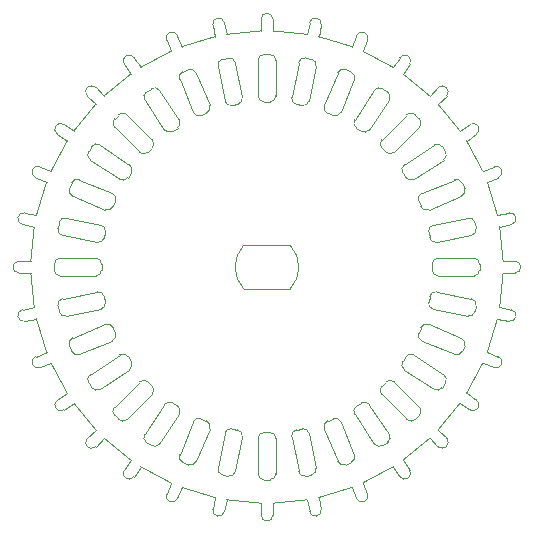
<source format=gm1>
G04 #@! TF.GenerationSoftware,KiCad,Pcbnew,(6.0.5)*
G04 #@! TF.CreationDate,2022-06-02T14:19:20-07:00*
G04 #@! TF.ProjectId,indexingWheel,696e6465-7869-46e6-9757-6865656c2e6b,rev?*
G04 #@! TF.SameCoordinates,Original*
G04 #@! TF.FileFunction,Profile,NP*
%FSLAX46Y46*%
G04 Gerber Fmt 4.6, Leading zero omitted, Abs format (unit mm)*
G04 Created by KiCad (PCBNEW (6.0.5)) date 2022-06-02 14:19:20*
%MOMM*%
%LPD*%
G01*
G04 APERTURE LIST*
G04 #@! TA.AperFunction,Profile*
%ADD10C,0.050000*%
G04 #@! TD*
G04 APERTURE END LIST*
D10*
X149826865Y-116405047D02*
G75*
G03*
X150413858Y-116012081I97035J489947D01*
G01*
X171092919Y-98452081D02*
G75*
G03*
X170592858Y-97952081I-500019J-19D01*
G01*
X159749858Y-81976081D02*
X160211858Y-82168081D01*
X143369858Y-109485081D02*
X141248858Y-111607081D01*
X147503875Y-111541040D02*
G75*
G03*
X146850855Y-111812089I-190975J-462060D01*
G01*
X145903858Y-80039081D02*
X145518858Y-79109081D01*
X160211859Y-115236082D02*
G75*
G03*
X160482858Y-114583081I-190959J461982D01*
G01*
X139312858Y-101188081D02*
X139410858Y-101678081D01*
X170402856Y-96024070D02*
G75*
G03*
X170796858Y-95436081I-96956J490970D01*
G01*
X138125858Y-107801081D02*
X140619858Y-106134081D01*
X142400859Y-115604080D02*
G75*
G03*
X144979867Y-116982558I10691941J16901880D01*
G01*
X162815877Y-108778100D02*
G75*
G03*
X162814864Y-109485087I353023J-354000D01*
G01*
X136746858Y-87178081D02*
X135909858Y-86619081D01*
X133580858Y-94311081D02*
X132593858Y-94115081D01*
X162884858Y-83597081D02*
X163300858Y-83874081D01*
X155770858Y-116012081D02*
X155185858Y-113070081D01*
X140187877Y-110546100D02*
G75*
G03*
X140187858Y-111254081I354023J-354000D01*
G01*
X172604858Y-103093081D02*
X173591858Y-103289081D01*
X160482858Y-82821081D02*
X159334858Y-85593081D01*
X169438855Y-87178083D02*
G75*
G03*
X167583652Y-84917627I-16346055J-11524017D01*
G01*
X166201858Y-92460081D02*
X168973858Y-91312081D01*
X138601858Y-84918081D02*
X137889858Y-84206081D01*
X172799858Y-102112081D02*
X173786858Y-102309081D01*
X152342858Y-116202081D02*
X152342858Y-113202081D01*
X155578856Y-112482071D02*
G75*
G03*
X155186860Y-113070090I98044J-490029D01*
G01*
X153592858Y-118696087D02*
G75*
G03*
X156503119Y-118409444I-500058J19994187D01*
G01*
X165565858Y-106134081D02*
X168059858Y-107801081D01*
X139312921Y-101188068D02*
G75*
G03*
X138724849Y-100796083I-490021J-98032D01*
G01*
X143369877Y-88626100D02*
G75*
G03*
X143370852Y-87919075I-352977J354000D01*
G01*
X142400858Y-115604081D02*
X141841858Y-116441081D01*
X164732858Y-90023081D02*
X167226858Y-88356081D01*
X140253858Y-93113081D02*
X140062858Y-93575081D01*
X153842919Y-113202081D02*
G75*
G03*
X153342858Y-112702081I-500019J-19D01*
G01*
X170592858Y-99452058D02*
G75*
G03*
X171092858Y-98952081I42J499958D01*
G01*
X166122918Y-93575056D02*
G75*
G03*
X166775866Y-93846078I461982J190956D01*
G01*
X163168900Y-88979039D02*
G75*
G03*
X163875864Y-88980075I354000J352939D01*
G01*
X138592858Y-99452081D02*
X135592858Y-99452081D01*
X163784858Y-81800081D02*
X164343858Y-80963081D01*
X138596881Y-83499058D02*
G75*
G03*
X137890858Y-84207081I-352981J-354042D01*
G01*
X162884887Y-83597037D02*
G75*
G03*
X162192858Y-83735081I-276987J-415063D01*
G01*
X153592858Y-118696081D02*
X153592858Y-119702081D01*
X145106887Y-110204037D02*
G75*
G03*
X144413853Y-110341088I-277987J-415063D01*
G01*
X140062919Y-103829056D02*
G75*
G03*
X139409850Y-103558084I-462019J-191044D01*
G01*
X156656858Y-112777081D02*
X157242858Y-115719081D01*
X171372858Y-90589081D02*
X172302858Y-90204081D01*
X156849858Y-116307081D02*
X156358858Y-116405081D01*
X162815858Y-87919081D02*
X164936858Y-85797081D01*
X165175933Y-81519131D02*
G75*
G03*
X164343858Y-80963081I-416033J278031D01*
G01*
X166775858Y-103558081D02*
X169547858Y-104706081D01*
X170402858Y-96024081D02*
X167460858Y-96609081D01*
X139409875Y-93846040D02*
G75*
G03*
X140062858Y-93575081I191025J461940D01*
G01*
X149682859Y-118409076D02*
G75*
G03*
X152593063Y-118695684I3410041J19707076D01*
G01*
X165931858Y-104291081D02*
X166122858Y-103829081D01*
X167460858Y-100795081D02*
X170402858Y-101380081D01*
X149335858Y-81097081D02*
X149826858Y-80999081D01*
X132398869Y-102309134D02*
G75*
G03*
X132594858Y-103289081I98031J-489966D01*
G01*
X138724858Y-96609081D02*
X135782858Y-96024081D01*
X135487858Y-102459081D02*
X135389858Y-101968081D01*
X164616858Y-115048081D02*
X165175858Y-115885081D01*
X164616858Y-82356081D02*
X165175858Y-81519081D01*
X147965858Y-85672081D02*
X147503858Y-85863081D01*
X150999912Y-113070092D02*
G75*
G03*
X150606858Y-112481081I-491012J97992D01*
G01*
X141568858Y-82356081D02*
X141009858Y-81519081D01*
X170795912Y-101968092D02*
G75*
G03*
X170402858Y-101381081I-490012J96992D01*
G01*
X138958858Y-88356081D02*
X141452858Y-90023081D01*
X169547859Y-92698082D02*
G75*
G03*
X169818858Y-92045081I-190959J461982D01*
G01*
X152592858Y-78708081D02*
X152592858Y-77702081D01*
X167588881Y-113905058D02*
G75*
G03*
X168294858Y-113197081I353019J353958D01*
G01*
X169438858Y-110226081D02*
X170275858Y-110785081D01*
X160211858Y-115236081D02*
X159749858Y-115428081D01*
X138601856Y-84918079D02*
G75*
G03*
X136746720Y-87178561I14490944J-13783921D01*
G01*
X161771911Y-110342046D02*
G75*
G03*
X161079858Y-110204081I-415011J-277054D01*
G01*
X139308858Y-84211081D02*
X138596858Y-83499081D01*
X163875858Y-108425081D02*
G75*
G03*
X163169858Y-108425081I-353000J-353001D01*
G01*
X171755858Y-91513081D02*
X172685858Y-91128081D01*
X155185858Y-84334081D02*
X155770858Y-81392081D01*
X146435875Y-115428040D02*
G75*
G03*
X147088858Y-115157081I191025J461940D01*
G01*
X150414922Y-81392068D02*
G75*
G03*
X149826858Y-80998081I-491022J-97032D01*
G01*
X167167858Y-95138081D02*
X170109858Y-94552081D01*
X164594889Y-106688102D02*
G75*
G03*
X164731865Y-107381086I415011J-277998D01*
G01*
X163168858Y-88979081D02*
X162815858Y-88626081D01*
X152592858Y-78708077D02*
G75*
G03*
X149682597Y-78994718I500042J-19994123D01*
G01*
X132092858Y-98202119D02*
G75*
G03*
X132092858Y-99202081I42J-499981D01*
G01*
X161205859Y-116982083D02*
G75*
G03*
X163784798Y-115603607I-8113059J18280083D01*
G01*
X144979858Y-116982081D02*
X144594858Y-117912081D01*
X135782856Y-101380071D02*
G75*
G03*
X135388858Y-101968081I97044J-491029D01*
G01*
X149485931Y-78008066D02*
G75*
G03*
X148505858Y-78204081I-490031J-98034D01*
G01*
X171372858Y-106815081D02*
X172302858Y-107200081D01*
X164616857Y-115048080D02*
G75*
G03*
X166877312Y-113192875I-11524057J16346080D01*
G01*
X133499884Y-106276143D02*
G75*
G03*
X133883858Y-107200081I192016J-461957D01*
G01*
X167460865Y-100795048D02*
G75*
G03*
X166871858Y-101188081I-97965J-491052D01*
G01*
X169818858Y-105359081D02*
X169626858Y-105821081D01*
X149335856Y-81097071D02*
G75*
G03*
X148943858Y-81685081I98044J-490029D01*
G01*
X159334858Y-111811081D02*
X160482858Y-114583081D01*
X162815877Y-87919100D02*
G75*
G03*
X162815858Y-88625081I353023J-353000D01*
G01*
X166774858Y-101678081D02*
X166872858Y-101188081D01*
X145522866Y-86923093D02*
G75*
G03*
X145660853Y-86229074I-277966J415993D01*
G01*
X170275867Y-110785068D02*
G75*
G03*
X170831858Y-109953081I278033J415968D01*
G01*
X140253902Y-93113099D02*
G75*
G03*
X139982850Y-92460078I-462002J190999D01*
G01*
X135389858Y-95436081D02*
X135487858Y-94945081D01*
X167592858Y-97952081D02*
X170592858Y-97952081D01*
X134812858Y-106815081D02*
X133882858Y-107200081D01*
X166775875Y-103558040D02*
G75*
G03*
X166122858Y-103829081I-190975J-462060D01*
G01*
X163784858Y-81800082D02*
G75*
G03*
X161205849Y-80421604I-10691958J-16901918D01*
G01*
X153842919Y-81202081D02*
G75*
G03*
X153342858Y-80702081I-500019J-19D01*
G01*
X170109858Y-102852081D02*
X167167858Y-102266081D01*
X146850858Y-85593081D02*
X145702858Y-82821081D01*
X135909866Y-86619069D02*
G75*
G03*
X135353858Y-87451081I-277966J-416031D01*
G01*
X137211858Y-91312081D02*
X139983858Y-92460081D01*
X152342919Y-84202081D02*
G75*
G03*
X152842858Y-84702081I499981J-19D01*
G01*
X136190852Y-88010077D02*
G75*
G03*
X134812381Y-90589090I16901948J-10691923D01*
G01*
X153342858Y-116702058D02*
G75*
G03*
X153842858Y-116202081I42J499958D01*
G01*
X167920911Y-88494046D02*
G75*
G03*
X167226858Y-88356081I-416011J-278054D01*
G01*
X139983858Y-104944081D02*
X137211858Y-106092081D01*
X164936858Y-111607081D02*
G75*
G03*
X165644858Y-111607081I354000J353999D01*
G01*
X159096919Y-115157056D02*
G75*
G03*
X159749858Y-115428081I461981J190956D01*
G01*
X133385859Y-95292081D02*
G75*
G03*
X133099255Y-98202286I19707141J-3410019D01*
G01*
X157948902Y-85019099D02*
G75*
G03*
X158219858Y-85672081I461998J-191001D01*
G01*
X166876856Y-84211083D02*
G75*
G03*
X164616378Y-82355943I-13783956J-14490917D01*
G01*
X136637858Y-104706081D02*
X139409858Y-103558081D01*
X152842858Y-80702081D02*
X153342858Y-80702081D01*
X138125866Y-107801094D02*
G75*
G03*
X137986858Y-108494081I277034J-416006D01*
G01*
X155185912Y-84334092D02*
G75*
G03*
X155578858Y-84923081I490988J-98008D01*
G01*
X172685884Y-91128144D02*
G75*
G03*
X172301858Y-90204081I-191984J462044D01*
G01*
X166872921Y-96216068D02*
G75*
G03*
X167460867Y-96608079I489979J97968D01*
G01*
X156502857Y-78995088D02*
G75*
G03*
X153592653Y-78708478I-3410057J-19707112D01*
G01*
X156068865Y-85020048D02*
G75*
G03*
X156657860Y-84627072I98035J490948D01*
G01*
X162815858Y-108778081D02*
X163168858Y-108425081D01*
X173086859Y-98202081D02*
G75*
G03*
X172800221Y-95291820I-19994159J-500019D01*
G01*
X141248858Y-85797081D02*
G75*
G03*
X140540858Y-85797081I-354000J-353999D01*
G01*
X157679946Y-78203099D02*
G75*
G03*
X156699858Y-78009081I-490046J96999D01*
G01*
X133580853Y-103093082D02*
G75*
G03*
X134429744Y-105891462I19512147J4391082D01*
G01*
X169626919Y-91583056D02*
G75*
G03*
X168973858Y-91312081I-462019J-191044D01*
G01*
X168059858Y-89603081D02*
X165565858Y-91270081D01*
X144594943Y-117912116D02*
G75*
G03*
X145518858Y-118294081I461957J-190984D01*
G01*
X169994858Y-88010081D02*
X170831858Y-87451081D01*
X157483858Y-79190081D02*
X157679858Y-78203081D01*
X142884858Y-83874081D02*
X143300858Y-83597081D01*
X171755858Y-105891081D02*
X172685858Y-106276081D01*
X151125877Y-96852099D02*
G75*
G03*
X151126226Y-100552472I1967023J-1850001D01*
G01*
X136558919Y-105821056D02*
G75*
G03*
X137211858Y-106092081I461981J190956D01*
G01*
X148236902Y-112385099D02*
G75*
G03*
X147965858Y-111732081I-462002J190999D01*
G01*
X134812858Y-90589081D02*
X133882858Y-90204081D01*
X144413911Y-87062046D02*
G75*
G03*
X145105858Y-87200081I414989J276946D01*
G01*
X157483859Y-118214086D02*
G75*
G03*
X160282239Y-117365195I-4391059J19512086D01*
G01*
X139017856Y-102266070D02*
G75*
G03*
X139409858Y-101678081I-97956J489970D01*
G01*
X148942858Y-115719081D02*
X149528858Y-112777081D01*
X168197858Y-108494081D02*
X167920858Y-108910081D01*
X133385858Y-102112081D02*
X132398858Y-102309081D01*
X166774912Y-101678092D02*
G75*
G03*
X167167867Y-102267083I490988J-98008D01*
G01*
X136190858Y-109394081D02*
X135353858Y-109953081D01*
X143300888Y-113807037D02*
G75*
G03*
X143992858Y-113669081I277012J414937D01*
G01*
X163875858Y-108425081D02*
X165997858Y-110546081D01*
X149528858Y-84627081D02*
X148942858Y-81685081D01*
X163300858Y-113530081D02*
X162884858Y-113807081D01*
X167092919Y-98952081D02*
G75*
G03*
X167592867Y-99452081I499981J-19D01*
G01*
X149682858Y-78995081D02*
X149485858Y-78008081D01*
X133882857Y-90204084D02*
G75*
G03*
X133500858Y-91128081I-190957J-462016D01*
G01*
X141568858Y-115048081D02*
X141009858Y-115885081D01*
X165643900Y-85797039D02*
G75*
G03*
X164936858Y-85798081I-353000J-354061D01*
G01*
X139092919Y-98452081D02*
G75*
G03*
X138592849Y-97952081I-500019J-19D01*
G01*
X171092858Y-98452081D02*
X171092858Y-98952081D01*
X158681858Y-85863081D02*
X158219858Y-85672081D01*
X151125858Y-100552081D02*
X155059858Y-100552081D01*
X167092858Y-98952081D02*
X167092858Y-98452081D01*
X142309858Y-88979081D02*
X140187858Y-86858081D01*
X167583857Y-112486080D02*
G75*
G03*
X169438996Y-110225601I-14490957J13783980D01*
G01*
X145702858Y-114583081D02*
X146850858Y-111811081D01*
X169438858Y-87178081D02*
X170275858Y-86619081D01*
X160662858Y-110481081D02*
X161078858Y-110204081D01*
X153592858Y-77702081D02*
G75*
G03*
X152592858Y-77702081I-500000J0D01*
G01*
X151125858Y-96852081D02*
X155059858Y-96852081D01*
X141452866Y-107381094D02*
G75*
G03*
X141590858Y-106689081I-276966J414994D01*
G01*
X147965859Y-85672083D02*
G75*
G03*
X148236855Y-85019073I-190959J461983D01*
G01*
X168295919Y-84206142D02*
G75*
G03*
X167587858Y-83500081I-354019J353042D01*
G01*
X169994858Y-109394081D02*
X170831858Y-109953081D01*
X152342919Y-116202081D02*
G75*
G03*
X152842858Y-116702081I499981J-19D01*
G01*
X141313858Y-106272081D02*
X141590858Y-106688081D01*
X167167856Y-95138071D02*
G75*
G03*
X166775858Y-95726081I98044J-490029D01*
G01*
X153842858Y-113202081D02*
X153842858Y-116202081D01*
X140187858Y-86151081D02*
X140541858Y-85797081D01*
X140541858Y-111607081D02*
X140187858Y-111253081D01*
X160281859Y-80039079D02*
G75*
G03*
X157483498Y-79190249I-7188959J-18662921D01*
G01*
X143369858Y-88626081D02*
X143016858Y-88979081D01*
X149528921Y-84627068D02*
G75*
G03*
X150116858Y-85019081I489979J97968D01*
G01*
X139308861Y-113193078D02*
G75*
G03*
X141569338Y-115048219I13783939J14490878D01*
G01*
X141313911Y-106272046D02*
G75*
G03*
X140619851Y-106134086I-416011J-278054D01*
G01*
X170795858Y-101968081D02*
X170697858Y-102459081D01*
X143300858Y-113807081D02*
X142884858Y-113530081D01*
X152842858Y-80702058D02*
G75*
G03*
X152342858Y-81202081I42J-500042D01*
G01*
X173086858Y-98202081D02*
X174092858Y-98202081D01*
X145973858Y-82168081D02*
X146435858Y-81976081D01*
X136746854Y-110226084D02*
G75*
G03*
X138602064Y-112486535I16346046J11524084D01*
G01*
X160281858Y-117365081D02*
X160666858Y-118295081D01*
X162191858Y-113669081D02*
X160524858Y-111175081D01*
X165997877Y-111253100D02*
G75*
G03*
X165996858Y-110546081I-353977J353000D01*
G01*
X161205858Y-80422081D02*
X161590858Y-79492081D01*
X136366902Y-92045099D02*
G75*
G03*
X136637858Y-92698081I461998J-191001D01*
G01*
X140541900Y-111607039D02*
G75*
G03*
X141248858Y-111606081I353000J353939D01*
G01*
X160662866Y-110481093D02*
G75*
G03*
X160524863Y-111175088I278034J-416007D01*
G01*
X137211875Y-91312040D02*
G75*
G03*
X136558858Y-91583081I-190975J-462060D01*
G01*
X164343898Y-116441054D02*
G75*
G03*
X165175858Y-115885081I416002J277954D01*
G01*
X165997858Y-111253081D02*
X165643858Y-111607081D01*
X139308858Y-113193081D02*
X138596858Y-113905081D01*
X138601858Y-112486081D02*
X137889858Y-113198081D01*
X165565887Y-106134037D02*
G75*
G03*
X164871858Y-106272081I-277987J-416063D01*
G01*
X136746858Y-110226081D02*
X135909858Y-110785081D01*
X152592858Y-119702081D02*
G75*
G03*
X153592858Y-119702081I500000J0D01*
G01*
X152842858Y-112702058D02*
G75*
G03*
X152342858Y-113202090I42J-500042D01*
G01*
X160524890Y-86229102D02*
G75*
G03*
X160662858Y-86923081I416010J-277998D01*
G01*
X157483858Y-118214081D02*
X157679858Y-119201081D01*
X161078887Y-87200038D02*
G75*
G03*
X161771863Y-87063074I278013J414938D01*
G01*
X135092919Y-98952081D02*
G75*
G03*
X135592858Y-99452081I499981J-19D01*
G01*
X170697858Y-94945081D02*
X170795858Y-95436081D01*
X136190858Y-88010081D02*
X135353858Y-87451081D01*
X167226858Y-109048081D02*
X164732858Y-107381081D01*
X156502858Y-78995081D02*
X156699858Y-78008081D01*
X169547858Y-92698081D02*
X166775858Y-93846081D01*
X136558858Y-105821081D02*
X136366858Y-105359081D01*
X150414858Y-81392081D02*
X150999858Y-84334081D01*
X133098858Y-99202081D02*
X132092858Y-99202081D01*
X143016858Y-108425081D02*
X143369858Y-108778081D01*
X139410858Y-95726081D02*
X139312858Y-96216081D01*
X170109865Y-102852048D02*
G75*
G03*
X170698858Y-102459081I98035J490948D01*
G01*
X135487921Y-102459068D02*
G75*
G03*
X136075858Y-102851081I489979J97968D01*
G01*
X166876858Y-113193081D02*
X167588858Y-113905081D01*
X164732866Y-90023093D02*
G75*
G03*
X164594858Y-90715081I277034J-415007D01*
G01*
X144979858Y-80422081D02*
X144594858Y-79492081D01*
X147503858Y-111541081D02*
X147965858Y-111732081D01*
X136366858Y-92045081D02*
X136558858Y-91583081D01*
X141452858Y-107381081D02*
X138958858Y-109048081D01*
X162191911Y-113669046D02*
G75*
G03*
X162884858Y-113808081I415989J276946D01*
G01*
X167583858Y-112486081D02*
X168295858Y-113198081D01*
X168973858Y-106092081D02*
X166201858Y-104944081D01*
X155578858Y-112482081D02*
X156068858Y-112384081D01*
X158219859Y-111732082D02*
G75*
G03*
X157948861Y-112385089I191041J-462018D01*
G01*
X145973859Y-82168082D02*
G75*
G03*
X145702858Y-82821081I191041J-462018D01*
G01*
X140187858Y-110546081D02*
X142309858Y-108425081D01*
X171372856Y-90589082D02*
G75*
G03*
X169994384Y-88010141I-18280056J-8113018D01*
G01*
X133098862Y-99202081D02*
G75*
G03*
X133385495Y-102112342I19994138J499981D01*
G01*
X168973875Y-106092040D02*
G75*
G03*
X169626858Y-105821081I191025J461940D01*
G01*
X147088919Y-82247056D02*
G75*
G03*
X146435858Y-81976081I-462019J-191044D01*
G01*
X135353901Y-109953146D02*
G75*
G03*
X135909858Y-110785081I277999J-415954D01*
G01*
X166872858Y-96216081D02*
X166774858Y-95726081D01*
X134429858Y-91513081D02*
X133499858Y-91128081D01*
X149826858Y-116405081D02*
X149335858Y-116307081D01*
X148505946Y-119201098D02*
G75*
G03*
X149485858Y-119395081I489954J-97002D01*
G01*
X161771858Y-110342081D02*
X163438858Y-112836081D01*
X164871911Y-91132045D02*
G75*
G03*
X165565865Y-91270076I415989J277945D01*
G01*
X161590943Y-79492116D02*
G75*
G03*
X160666858Y-79110081I-462043J191016D01*
G01*
X146850918Y-85593056D02*
G75*
G03*
X147504858Y-85863081I461982J191956D01*
G01*
X172799861Y-102112082D02*
G75*
G03*
X173086461Y-99201876I-19707061J3409982D01*
G01*
X148942912Y-115719092D02*
G75*
G03*
X149335858Y-116308081I490988J-98008D01*
G01*
X135592858Y-97952081D02*
X138592858Y-97952081D01*
X168059866Y-89603094D02*
G75*
G03*
X168198858Y-88910081I-276966J415994D01*
G01*
X165643858Y-85797081D02*
X165997858Y-86151081D01*
X172799858Y-95292081D02*
X173786858Y-95095081D01*
X132593854Y-94115102D02*
G75*
G03*
X132399858Y-95095081I-96954J-489998D01*
G01*
X136075858Y-94552081D02*
X139017858Y-95138081D01*
X174092858Y-99202119D02*
G75*
G03*
X174092858Y-98202081I42J500019D01*
G01*
X158219858Y-111732081D02*
X158681858Y-111541081D01*
X135782858Y-101380081D02*
X138724858Y-100795081D01*
X157242858Y-81685081D02*
X156656858Y-84627081D01*
X139409858Y-93846081D02*
X136637858Y-92698081D01*
X136637859Y-104706082D02*
G75*
G03*
X136366858Y-105359081I191041J-462018D01*
G01*
X157242912Y-81685092D02*
G75*
G03*
X156849858Y-81096081I-491012J97992D01*
G01*
X161205858Y-116982081D02*
X161590858Y-117912081D01*
X165997877Y-86858100D02*
G75*
G03*
X165997858Y-86150081I-353977J354000D01*
G01*
X165997858Y-86858081D02*
X163875858Y-88979081D01*
X137889919Y-113198142D02*
G75*
G03*
X138597858Y-113904081I353981J-352958D01*
G01*
X160666917Y-118295057D02*
G75*
G03*
X161590858Y-117911081I461983J191957D01*
G01*
X144979856Y-80422077D02*
G75*
G03*
X142400918Y-81800555I8113044J-18280023D01*
G01*
X159749875Y-81976040D02*
G75*
G03*
X159096858Y-82247081I-190975J-462060D01*
G01*
X159096858Y-115157081D02*
X157948858Y-112385081D01*
X141841898Y-80963054D02*
G75*
G03*
X141009858Y-81519081I-415998J-278046D01*
G01*
X143016900Y-108425039D02*
G75*
G03*
X142309852Y-108424087I-354000J-353061D01*
G01*
X156068858Y-85020081D02*
X155578858Y-84922081D01*
X137987858Y-88910081D02*
X138264858Y-88494081D01*
X145522858Y-86923081D02*
X145106858Y-87200081D01*
X145903855Y-117365088D02*
G75*
G03*
X148702218Y-118213913I7188945J18662988D01*
G01*
X173591854Y-103289101D02*
G75*
G03*
X173785858Y-102309081I97046J490001D01*
G01*
X155059877Y-100552099D02*
G75*
G03*
X155059490Y-96851690I-1966977J1849999D01*
G01*
X160524858Y-86229081D02*
X162191858Y-83735081D01*
X145660858Y-111175081D02*
X143993858Y-113669081D01*
X170697921Y-94945068D02*
G75*
G03*
X170109858Y-94553081I-490021J-98032D01*
G01*
X153592858Y-78708081D02*
X153592858Y-77702081D01*
X167226888Y-109048037D02*
G75*
G03*
X167920858Y-108910081I278012J415937D01*
G01*
X163438889Y-84568102D02*
G75*
G03*
X163300858Y-83874081I-415989J278002D01*
G01*
X169626858Y-91583081D02*
X169818858Y-92045081D01*
X145106858Y-110204081D02*
X145522858Y-110481081D01*
X148236858Y-112385081D02*
X147088858Y-115157081D01*
X135592858Y-97952058D02*
G75*
G03*
X135092858Y-98452081I42J-500042D01*
G01*
X140619888Y-91270037D02*
G75*
G03*
X141313858Y-91132081I278012J415937D01*
G01*
X143993911Y-83735046D02*
G75*
G03*
X143300858Y-83596081I-416011J-277054D01*
G01*
X166876858Y-84211081D02*
X167588858Y-83499081D01*
X146435858Y-115428081D02*
X145973858Y-115236081D01*
X165931902Y-104291099D02*
G75*
G03*
X166202866Y-104944084I461998J-191001D01*
G01*
X164594858Y-106688081D02*
X164871858Y-106272081D01*
X150116865Y-112384047D02*
G75*
G03*
X149527856Y-112777090I-97965J-491053D01*
G01*
X152342858Y-84202081D02*
X152342858Y-81202081D01*
X169818902Y-105359099D02*
G75*
G03*
X169547858Y-104706081I-462002J190999D01*
G01*
X149682858Y-118409081D02*
X149485858Y-119396081D01*
X145702902Y-114583099D02*
G75*
G03*
X145973858Y-115236081I461998J-191001D01*
G01*
X156358858Y-80999081D02*
X156849858Y-81097081D01*
X134812851Y-106815084D02*
G75*
G03*
X136191332Y-109394021I18280049J8113084D01*
G01*
X147088858Y-82247081D02*
X148236858Y-85019081D01*
X167592858Y-97952058D02*
G75*
G03*
X167092858Y-98452081I42J-500042D01*
G01*
X135389913Y-95436092D02*
G75*
G03*
X135782858Y-96023081I489987J-97008D01*
G01*
X141568862Y-82356087D02*
G75*
G03*
X139308404Y-84211287I11524038J-16346113D01*
G01*
X135092858Y-98952081D02*
X135092858Y-98452081D01*
X156849856Y-116307070D02*
G75*
G03*
X157241858Y-115719081I-97956J489970D01*
G01*
X141590889Y-90716102D02*
G75*
G03*
X141453851Y-90023076I-414989J278002D01*
G01*
X140062858Y-103829081D02*
X140253858Y-104291081D01*
X145903858Y-117365081D02*
X145518858Y-118295081D01*
X157948858Y-85019081D02*
X159096858Y-82247081D01*
X160281858Y-80039081D02*
X160666858Y-79109081D01*
X170592858Y-99452081D02*
X167592858Y-99452081D01*
X141009934Y-115885132D02*
G75*
G03*
X141841858Y-116441081I415966J-277968D01*
G01*
X138958887Y-88356037D02*
G75*
G03*
X138264858Y-88494081I-277987J-416063D01*
G01*
X136075865Y-94552048D02*
G75*
G03*
X135486858Y-94945081I-97965J-491052D01*
G01*
X133385858Y-95292081D02*
X132398858Y-95095081D01*
X143369877Y-109485100D02*
G75*
G03*
X143369858Y-108779081I-352977J353000D01*
G01*
X170831901Y-87451146D02*
G75*
G03*
X170275858Y-86619081I-278001J416046D01*
G01*
X164936858Y-111607081D02*
X162815858Y-109485081D01*
X150606858Y-84922081D02*
X150116858Y-85020081D01*
X172604858Y-94311081D02*
X173591858Y-94115081D01*
X156656921Y-112777068D02*
G75*
G03*
X156068858Y-112385081I-490021J-98032D01*
G01*
X167920858Y-88494081D02*
X168197858Y-88910081D01*
X148701858Y-79190081D02*
X148505858Y-78203081D01*
X133098858Y-98202081D02*
X132092858Y-98202081D01*
X158681875Y-85863040D02*
G75*
G03*
X159334861Y-85592073I191025J461940D01*
G01*
X160482902Y-82821099D02*
G75*
G03*
X160211858Y-82168081I-462002J190999D01*
G01*
X139017858Y-102266081D02*
X136075858Y-102852081D01*
X138264911Y-108910046D02*
G75*
G03*
X138958858Y-109048081I415989J277946D01*
G01*
X168197889Y-108494102D02*
G75*
G03*
X168059858Y-107802081I-414989J277002D01*
G01*
X138724865Y-96609048D02*
G75*
G03*
X139313858Y-96216081I98035J490948D01*
G01*
X159334919Y-111811056D02*
G75*
G03*
X158680858Y-111541081I-462019J-192044D01*
G01*
X163784858Y-115604081D02*
X164343858Y-116441081D01*
X141590858Y-90716081D02*
X141313858Y-91132081D01*
X150606856Y-84922070D02*
G75*
G03*
X150998856Y-84334072I-97956J489970D01*
G01*
X156502858Y-118409081D02*
X156699858Y-119396081D01*
X142884866Y-83874093D02*
G75*
G03*
X142746858Y-84568081I278034J-416007D01*
G01*
X169994857Y-109394080D02*
G75*
G03*
X171373335Y-106815072I-16901957J10691980D01*
G01*
X142746890Y-112836102D02*
G75*
G03*
X142884858Y-113530081I416010J-277998D01*
G01*
X161078858Y-87200081D02*
X160662858Y-86923081D01*
X166201859Y-92460083D02*
G75*
G03*
X165931858Y-93114081I192041J-462017D01*
G01*
X138264858Y-108910081D02*
X137987858Y-108494081D01*
X139092858Y-98452081D02*
X139092858Y-98952081D01*
X140619858Y-91270081D02*
X138125858Y-89603081D01*
X140187877Y-86151100D02*
G75*
G03*
X140188858Y-86858081I354023J-353000D01*
G01*
X171755860Y-105891082D02*
G75*
G03*
X172604690Y-103092721I-18662960J7188982D01*
G01*
X156699932Y-119396066D02*
G75*
G03*
X157679858Y-119200081I489968J97966D01*
G01*
X139410912Y-95726092D02*
G75*
G03*
X139017849Y-95137079I-491012J97992D01*
G01*
X134429863Y-91513083D02*
G75*
G03*
X133581026Y-94311441I18662937J-7189017D01*
G01*
X148701858Y-118214081D02*
X148505858Y-119201081D01*
X167583858Y-84918081D02*
X168295858Y-84206081D01*
X145518916Y-79109057D02*
G75*
G03*
X144594858Y-79493081I-462016J-192043D01*
G01*
X142746858Y-112836081D02*
X144413858Y-110342081D01*
X153342858Y-84702081D02*
X152842858Y-84702081D01*
X152592858Y-118696081D02*
X152592858Y-119702081D01*
X173786869Y-95095134D02*
G75*
G03*
X173590858Y-94115081I-97969J490034D01*
G01*
X142309858Y-88979081D02*
G75*
G03*
X143015858Y-88979081I353000J353001D01*
G01*
X163300866Y-113530094D02*
G75*
G03*
X163438858Y-112836081I-277966J415994D01*
G01*
X164871858Y-91132081D02*
X164594858Y-90716081D01*
X137987890Y-88910102D02*
G75*
G03*
X138125858Y-89602081I415010J-276998D01*
G01*
X144413858Y-87062081D02*
X142746858Y-84568081D01*
X153842858Y-81202081D02*
X153842858Y-84202081D01*
X139983859Y-104944083D02*
G75*
G03*
X140253858Y-104290081I-191959J461983D01*
G01*
X172604854Y-94311082D02*
G75*
G03*
X171755972Y-91512700I-19512154J-4391018D01*
G01*
X150116858Y-112384081D02*
X150606858Y-112482081D01*
X133580858Y-103093081D02*
X132593858Y-103289081D01*
X148701858Y-79190080D02*
G75*
G03*
X145903477Y-80038967I4391042J-19512120D01*
G01*
X153342858Y-84702058D02*
G75*
G03*
X153842858Y-84202072I42J499958D01*
G01*
X156358865Y-80999047D02*
G75*
G03*
X155771858Y-81392081I-96965J-490053D01*
G01*
X143993858Y-83735081D02*
X145660858Y-86229081D01*
X173086858Y-99202081D02*
X174092858Y-99202081D01*
X150999858Y-113070081D02*
X150414858Y-116012081D01*
X163438858Y-84568081D02*
X161771858Y-87062081D01*
X145660889Y-111175102D02*
G75*
G03*
X145522858Y-110481081I-415989J278002D01*
G01*
X142400858Y-81800081D02*
X141841858Y-80963081D01*
X134429858Y-105891081D02*
X133499858Y-106276081D01*
X141248858Y-85797081D02*
X143369858Y-87919081D01*
X152842858Y-112702081D02*
X153342858Y-112702081D01*
X166122858Y-93575081D02*
X165931858Y-93113081D01*
X153342858Y-116702081D02*
X152842858Y-116702081D01*
X155770921Y-116012069D02*
G75*
G03*
X156358858Y-116406081I490979J96969D01*
G01*
X172302857Y-107200084D02*
G75*
G03*
X172684858Y-106276081I191043J461984D01*
G01*
X138592858Y-99452058D02*
G75*
G03*
X139092858Y-98952081I42J499958D01*
G01*
M02*

</source>
